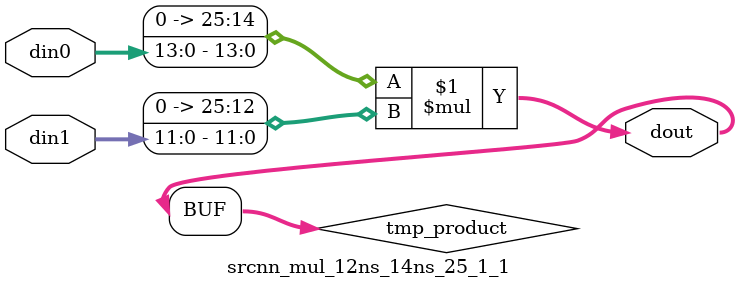
<source format=v>

`timescale 1 ns / 1 ps

  module srcnn_mul_12ns_14ns_25_1_1(din0, din1, dout);
parameter ID = 1;
parameter NUM_STAGE = 0;
parameter din0_WIDTH = 14;
parameter din1_WIDTH = 12;
parameter dout_WIDTH = 26;

input [din0_WIDTH - 1 : 0] din0; 
input [din1_WIDTH - 1 : 0] din1; 
output [dout_WIDTH - 1 : 0] dout;

wire signed [dout_WIDTH - 1 : 0] tmp_product;










assign tmp_product = $signed({1'b0, din0}) * $signed({1'b0, din1});











assign dout = tmp_product;







endmodule

</source>
